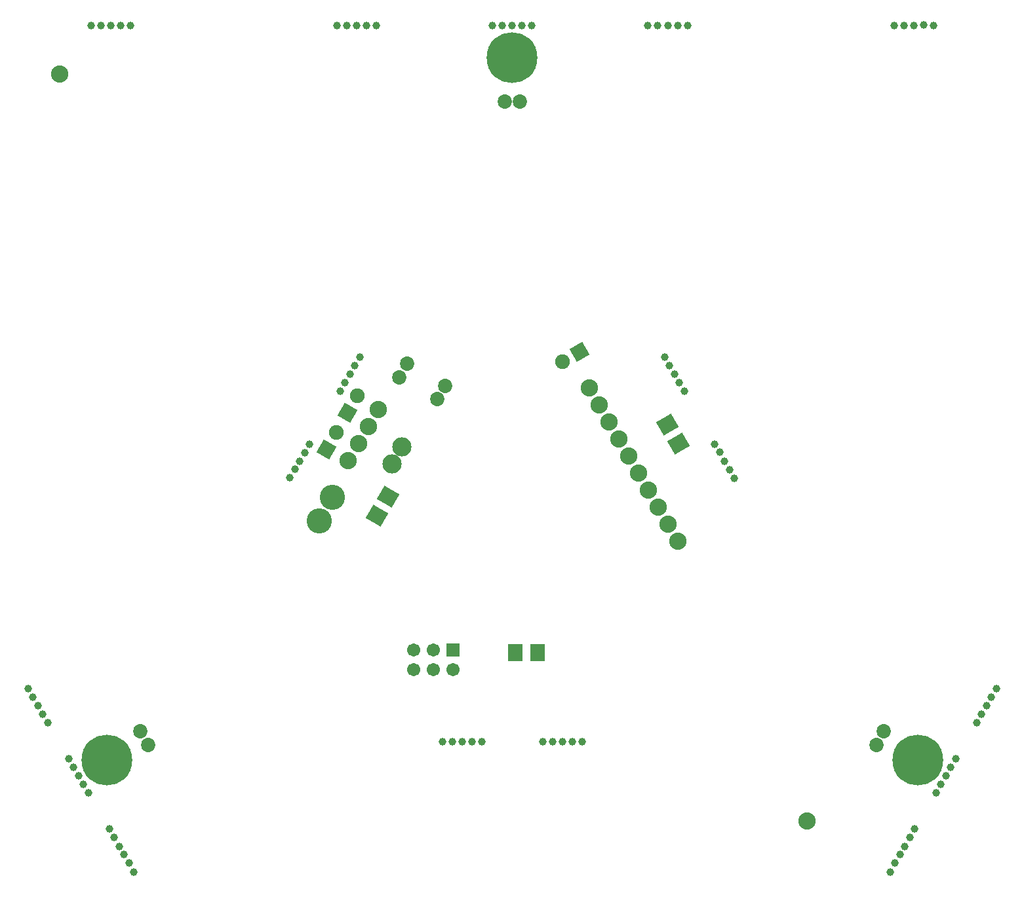
<source format=gbr>
G04 DipTrace 3.0.0.2*
G04 BottomMask.gbr*
%MOIN*%
G04 #@! TF.FileFunction,Soldermask,Bot*
G04 #@! TF.Part,Single*
%AMOUTLINE1*
4,1,4,
-0.057604,-0.011775,
-0.018605,0.055775,
0.057604,0.011775,
0.018605,-0.055775,
-0.057604,-0.011775,
0*%
%AMOUTLINE7*
4,1,4,
0.018605,0.055775,
0.057604,-0.011775,
-0.018605,-0.055775,
-0.057604,0.011775,
0.018605,0.055775,
0*%
%AMOUTLINE10*5,1,4,0,0,0.105967,-164.999604*%
%AMOUTLINE13*5,1,4,0,0,0.105967,-195.000396*%
%ADD43C,0.05*%
%ADD57C,0.039*%
%ADD59C,0.258*%
%ADD61C,0.088*%
%ADD69C,0.073*%
%ADD71C,0.128*%
%ADD73C,0.067055*%
%ADD75R,0.067055X0.067055*%
%ADD77C,0.098*%
%ADD79C,0.074929*%
%ADD81R,0.078X0.088*%
%ADD97OUTLINE1*%
%ADD103OUTLINE7*%
%ADD106OUTLINE10*%
%ADD109OUTLINE13*%
%FSLAX26Y26*%
G04*
G70*
G90*
G75*
G01*
G04 BotMask*
%LPD*%
D97*
X2372449Y2343072D3*
X2315949Y2245211D3*
D103*
X3850726Y2610566D3*
X3794226Y2708427D3*
D81*
X3020644Y1549516D3*
X3133644D3*
D106*
X2166287Y2768012D3*
D79*
X2216287Y2854614D3*
D106*
X2059950Y2580572D3*
D79*
X2109950Y2667175D3*
D109*
X3347698Y3078071D3*
D79*
X3261096Y3028071D3*
D77*
X2392699Y2509072D3*
X2442699Y2595675D3*
D75*
X2703699Y1561823D3*
D73*
Y1461823D3*
X2603699Y1561823D3*
Y1461823D3*
X2503699Y1561823D3*
Y1461823D3*
D71*
X2091301Y2336816D3*
X2022400Y2217478D3*
D43*
X2091350Y2336903D3*
X2022350Y2217391D3*
D69*
X2468059Y3017323D3*
X2428689Y2949131D3*
X2661808Y2904823D3*
X2622438Y2836631D3*
X2964778Y4352857D3*
X3043518D3*
X1153762Y1079282D3*
X1114392Y1147474D3*
X4894633Y1146925D3*
X4855262Y1078734D3*
D61*
X3394699Y2894072D3*
X3444699Y2807470D3*
X3494699Y2720867D3*
X3544699Y2634265D3*
X3594699Y2547663D3*
X3644699Y2461060D3*
X3694699Y2374458D3*
X3744699Y2287856D3*
X3794699Y2201252D3*
X3844699Y2114650D3*
X2171199Y2525072D3*
X2221416Y2611549D3*
X2271416Y2698152D3*
X2321416Y2784755D3*
D59*
X3003699Y4574072D3*
X5065699Y1003072D3*
X942699D3*
D61*
X703699Y4493072D3*
X4503699Y693072D3*
D57*
X862699Y4739072D3*
X913199Y4739572D3*
X963199D3*
X1012699D3*
X1063199Y4738572D3*
X2112699Y4739072D3*
X2163699D3*
X2213199D3*
X2263199Y4739572D3*
X2312699D3*
X2903699D3*
X2953699D3*
X3003699D3*
X3053699D3*
X3103699D3*
X3694199Y4739072D3*
X3744199Y4739572D3*
X3795199D3*
X3844699D3*
X3895199Y4739072D3*
X4944699D3*
X4994699D3*
X5044699D3*
X5094699Y4740072D3*
X5145699Y4739072D3*
X5464699Y1365572D3*
X5439699Y1322072D3*
X5364699Y1192072D3*
X5389699Y1235572D3*
X5414699Y1279072D3*
X5258199Y1008072D3*
X5233199Y964572D3*
X5158199Y834572D3*
X5183199Y878072D3*
X5208199Y921572D3*
X5026199Y606572D3*
X5001199Y563072D3*
X4926199Y433072D3*
X4951199Y476572D3*
X4976199Y520072D3*
X5051199Y651072D3*
X1080699Y433072D3*
X1055699Y476572D3*
X1030699Y520072D3*
X955699Y650572D3*
X981199Y606572D3*
X1005699Y563072D3*
X849199Y834572D3*
X824199Y878072D3*
X799199Y921572D3*
X749199Y1007572D3*
X774199Y964572D3*
X642699Y1192072D3*
X617699Y1235572D3*
X592699Y1279072D3*
X543199Y1365572D3*
X567699Y1322072D3*
X3158699Y1094072D3*
X3208699D3*
X3258699D3*
X3308699D3*
X3358699D3*
X2648699Y1093572D3*
X2698699Y1094072D3*
X2748699D3*
X2798699D3*
X2848699D3*
X3778699Y3051572D3*
X3803699Y3008072D3*
X3828699Y2965072D3*
X3853699Y2921572D3*
X3879199Y2878072D3*
X4033699Y2609572D3*
X4058699Y2566572D3*
X4083699Y2523072D3*
X4108699Y2479572D3*
X4133699Y2436072D3*
X2228699Y3051572D3*
X2203199Y3008072D3*
X2178699Y2965072D3*
X2153699Y2921572D3*
X2128699Y2878072D3*
X1973699Y2609572D3*
X1948699Y2566072D3*
X1923699Y2523072D3*
X1898699Y2480072D3*
X1873699Y2436572D3*
M02*

</source>
